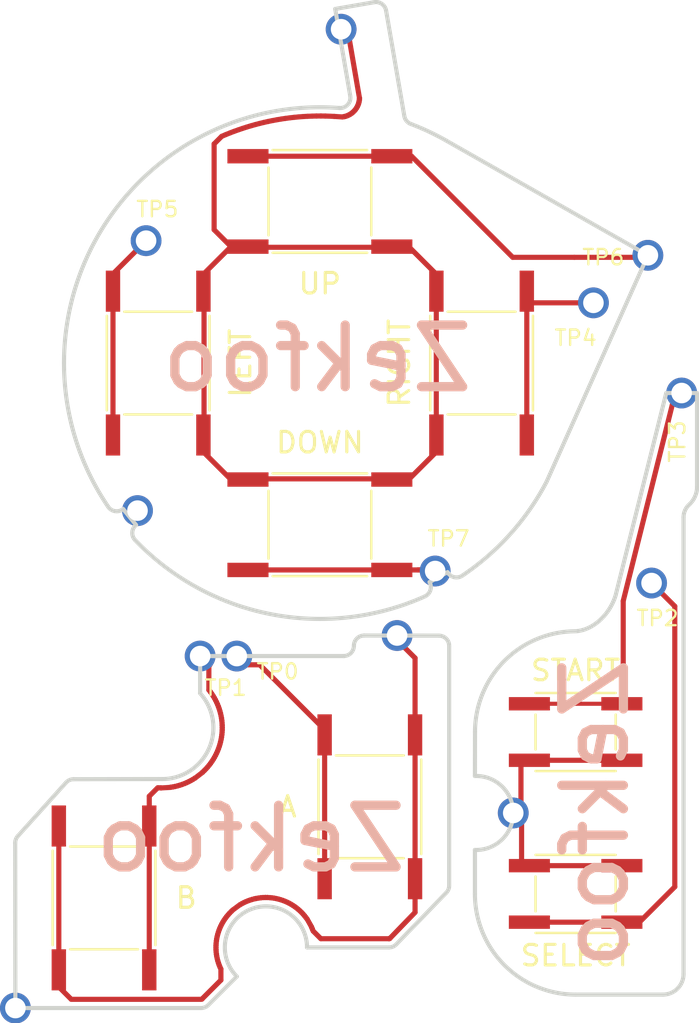
<source format=kicad_pcb>
(kicad_pcb (version 20171130) (host pcbnew "(5.1.10)-1")

  (general
    (thickness 1.6)
    (drawings 114)
    (tracks 388)
    (zones 0)
    (modules 21)
    (nets 12)
  )

  (page User 150.012 150.012)
  (title_block
    (title "tactileAGB Flex Breakout Boards")
    (date 2021-06-21)
    (rev 1.0)
    (company Zekfoo)
  )

  (layers
    (0 F.Cu signal)
    (31 B.Cu signal)
    (32 B.Adhes user)
    (33 F.Adhes user)
    (34 B.Paste user)
    (35 F.Paste user)
    (36 B.SilkS user)
    (37 F.SilkS user)
    (38 B.Mask user)
    (39 F.Mask user)
    (40 Dwgs.User user hide)
    (41 Cmts.User user)
    (42 Eco1.User user)
    (43 Eco2.User user)
    (44 Edge.Cuts user)
    (45 Margin user)
    (46 B.CrtYd user)
    (47 F.CrtYd user)
    (48 B.Fab user)
    (49 F.Fab user hide)
  )

  (setup
    (last_trace_width 0.25)
    (user_trace_width 0.2)
    (trace_clearance 0.2)
    (zone_clearance 0.508)
    (zone_45_only no)
    (trace_min 0.2)
    (via_size 0.8)
    (via_drill 0.4)
    (via_min_size 0.4)
    (via_min_drill 0.3)
    (uvia_size 0.3)
    (uvia_drill 0.1)
    (uvias_allowed no)
    (uvia_min_size 0.2)
    (uvia_min_drill 0.1)
    (edge_width 0.05)
    (segment_width 0.2)
    (pcb_text_width 0.3)
    (pcb_text_size 1.5 1.5)
    (mod_edge_width 0.12)
    (mod_text_size 1 1)
    (mod_text_width 0.15)
    (pad_size 1.524 1.524)
    (pad_drill 0.762)
    (pad_to_mask_clearance 0)
    (aux_axis_origin 0 0)
    (visible_elements 7FFFFFFF)
    (pcbplotparams
      (layerselection 0x010fc_ffffffff)
      (usegerberextensions true)
      (usegerberattributes true)
      (usegerberadvancedattributes true)
      (creategerberjobfile true)
      (excludeedgelayer true)
      (linewidth 0.100000)
      (plotframeref false)
      (viasonmask false)
      (mode 1)
      (useauxorigin false)
      (hpglpennumber 1)
      (hpglpenspeed 20)
      (hpglpendiameter 15.000000)
      (psnegative false)
      (psa4output false)
      (plotreference true)
      (plotvalue true)
      (plotinvisibletext false)
      (padsonsilk false)
      (subtractmaskfromsilk false)
      (outputformat 1)
      (mirror false)
      (drillshape 0)
      (scaleselection 1)
      (outputdirectory "Gerbers/"))
  )

  (net 0 "")
  (net 1 GND3)
  (net 2 "Net-(A1-Pad1)")
  (net 3 "Net-(B1-Pad1)")
  (net 4 GND1)
  (net 5 "Net-(DOWN1-Pad1)")
  (net 6 "Net-(LEFT1-Pad1)")
  (net 7 "Net-(RIGHT1-Pad1)")
  (net 8 GND2)
  (net 9 "Net-(SELECT1-Pad1)")
  (net 10 "Net-(START1-Pad1)")
  (net 11 "Net-(TP6-Pad1)")

  (net_class Default "This is the default net class."
    (clearance 0.2)
    (trace_width 0.25)
    (via_dia 0.8)
    (via_drill 0.4)
    (uvia_dia 0.3)
    (uvia_drill 0.1)
    (add_net GND1)
    (add_net GND2)
    (add_net GND3)
    (add_net "Net-(A1-Pad1)")
    (add_net "Net-(B1-Pad1)")
    (add_net "Net-(DOWN1-Pad1)")
    (add_net "Net-(LEFT1-Pad1)")
    (add_net "Net-(RIGHT1-Pad1)")
    (add_net "Net-(SELECT1-Pad1)")
    (add_net "Net-(START1-Pad1)")
    (add_net "Net-(TP6-Pad1)")
  )

  (module "AGBTactile:PTS526 Sx08 SMTR2 LFS" (layer F.Cu) (tedit 60D026FE) (tstamp 60D082D3)
    (at 75.277498 77.80019 270)
    (path /60D04211)
    (fp_text reference A (at 0 4 180) (layer F.SilkS)
      (effects (font (size 1 1) (thickness 0.15)))
    )
    (fp_text value "PTS526 SM08 SMTR2 LFS" (at 0.05 -8.4 90) (layer F.Fab)
      (effects (font (size 1 1) (thickness 0.15)))
    )
    (fp_line (start -2.5 -1.65) (end -2.5 1.65) (layer F.SilkS) (width 0.12))
    (fp_line (start -2.3 2.5) (end 2.3 2.5) (layer F.SilkS) (width 0.12))
    (fp_line (start 2.5 1.65) (end 2.5 -1.65) (layer F.SilkS) (width 0.12))
    (fp_line (start 2.3 -2.5) (end -2.3 -2.5) (layer F.SilkS) (width 0.12))
    (pad 4 smd rect (at -3.5 -2.2 270) (size 2 0.7) (layers F.Cu F.Paste F.Mask)
      (net 1 GND3))
    (pad 3 smd rect (at 3.5 -2.2 270) (size 2 0.7) (layers F.Cu F.Paste F.Mask)
      (net 1 GND3))
    (pad 2 smd rect (at 3.5 2.2 270) (size 2 0.7) (layers F.Cu F.Paste F.Mask)
      (net 2 "Net-(A1-Pad1)"))
    (pad 1 smd rect (at -3.5 2.2 270) (size 2 0.7) (layers F.Cu F.Paste F.Mask)
      (net 2 "Net-(A1-Pad1)"))
  )

  (module "AGBTactile:PTS526 Sx08 SMTR2 LFS" (layer F.Cu) (tedit 60D026FE) (tstamp 60D08CF6)
    (at 62.344207 82.235038 90)
    (path /60D03BE8)
    (fp_text reference B (at 0 4 180) (layer F.SilkS)
      (effects (font (size 1 1) (thickness 0.15)))
    )
    (fp_text value "PTS526 SM08 SMTR2 LFS" (at 0.05 -8.4 90) (layer F.Fab)
      (effects (font (size 1 1) (thickness 0.15)))
    )
    (fp_line (start -2.5 -1.65) (end -2.5 1.65) (layer F.SilkS) (width 0.12))
    (fp_line (start -2.3 2.5) (end 2.3 2.5) (layer F.SilkS) (width 0.12))
    (fp_line (start 2.5 1.65) (end 2.5 -1.65) (layer F.SilkS) (width 0.12))
    (fp_line (start 2.3 -2.5) (end -2.3 -2.5) (layer F.SilkS) (width 0.12))
    (pad 4 smd rect (at -3.5 -2.2 90) (size 2 0.7) (layers F.Cu F.Paste F.Mask)
      (net 1 GND3))
    (pad 3 smd rect (at 3.5 -2.2 90) (size 2 0.7) (layers F.Cu F.Paste F.Mask)
      (net 1 GND3))
    (pad 2 smd rect (at 3.5 2.2 90) (size 2 0.7) (layers F.Cu F.Paste F.Mask)
      (net 3 "Net-(B1-Pad1)"))
    (pad 1 smd rect (at -3.5 2.2 90) (size 2 0.7) (layers F.Cu F.Paste F.Mask)
      (net 3 "Net-(B1-Pad1)"))
  )

  (module "AGBTactile:PTS526 Sx08 SMTR2 LFS" (layer F.Cu) (tedit 60D026FE) (tstamp 60D0C351)
    (at 72.847007 64.073175)
    (path /60D02DB4)
    (fp_text reference DOWN (at 0 -4) (layer F.SilkS)
      (effects (font (size 1 1) (thickness 0.15)))
    )
    (fp_text value "PTS526 SM08 SMTR2 LFS" (at 0.05 -8.4) (layer F.Fab)
      (effects (font (size 1 1) (thickness 0.15)))
    )
    (fp_line (start -2.5 -1.65) (end -2.5 1.65) (layer F.SilkS) (width 0.12))
    (fp_line (start -2.3 2.5) (end 2.3 2.5) (layer F.SilkS) (width 0.12))
    (fp_line (start 2.5 1.65) (end 2.5 -1.65) (layer F.SilkS) (width 0.12))
    (fp_line (start 2.3 -2.5) (end -2.3 -2.5) (layer F.SilkS) (width 0.12))
    (pad 4 smd rect (at -3.5 -2.2) (size 2 0.7) (layers F.Cu F.Paste F.Mask)
      (net 4 GND1))
    (pad 3 smd rect (at 3.5 -2.2) (size 2 0.7) (layers F.Cu F.Paste F.Mask)
      (net 4 GND1))
    (pad 2 smd rect (at 3.5 2.2) (size 2 0.7) (layers F.Cu F.Paste F.Mask)
      (net 5 "Net-(DOWN1-Pad1)"))
    (pad 1 smd rect (at -3.5 2.2) (size 2 0.7) (layers F.Cu F.Paste F.Mask)
      (net 5 "Net-(DOWN1-Pad1)"))
  )

  (module AGBTactile:Hole-1.5mm (layer F.Cu) (tedit 60D0286D) (tstamp 60D082F0)
    (at 58.032052 87.594477)
    (path /60D26B9E)
    (fp_text reference FR2 (at 0.557948 2.575523) (layer F.SilkS) hide
      (effects (font (size 1 1) (thickness 0.15)))
    )
    (fp_text value TestPoint (at 0 1.85) (layer F.Fab)
      (effects (font (size 1 1) (thickness 0.15)))
    )
    (pad 1 thru_hole circle (at 0 0) (size 1.5 1.5) (drill 1) (layers *.Cu *.Mask))
  )

  (module AGBTactile:Hole-1.5mm (layer F.Cu) (tedit 60D0286D) (tstamp 60D082F5)
    (at 82.254388 78.100566)
    (path /60D249DE)
    (fp_text reference GND2PAD1 (at 0 -1.8) (layer F.SilkS) hide
      (effects (font (size 1 1) (thickness 0.15)))
    )
    (fp_text value TestPoint (at 0 1.85) (layer F.Fab)
      (effects (font (size 1 1) (thickness 0.15)))
    )
    (pad 1 thru_hole circle (at 0 0) (size 1.5 1.5) (drill 1) (layers *.Cu *.Mask)
      (net 8 GND2))
  )

  (module AGBTactile:Hole-1.5mm (layer F.Cu) (tedit 60D0286D) (tstamp 60D08357)
    (at 76.602647 69.464217)
    (path /60D27298)
    (fp_text reference GND3PAD1 (at 0 -1.8) (layer F.SilkS) hide
      (effects (font (size 1 1) (thickness 0.15)))
    )
    (fp_text value TestPoint (at 0 1.85) (layer F.Fab)
      (effects (font (size 1 1) (thickness 0.15)))
    )
    (pad 1 thru_hole circle (at 0 0) (size 1.5 1.5) (drill 1) (layers *.Cu *.Mask)
      (net 1 GND3))
  )

  (module AGBTactile:Hole-1.5mm (layer F.Cu) (tedit 60D0287A) (tstamp 60D0C2C0)
    (at 73.880003 39.957789)
    (path /60D06189)
    (fp_text reference L-SHIELDING1 (at 0 -1.8) (layer F.SilkS) hide
      (effects (font (size 1 1) (thickness 0.15)))
    )
    (fp_text value TestPoint (at 0 1.85) (layer F.Fab)
      (effects (font (size 1 1) (thickness 0.15)))
    )
    (pad 1 thru_hole circle (at 0 0) (size 1.5 1.5) (drill 1) (layers *.Cu *.Mask)
      (net 4 GND1))
  )

  (module "AGBTactile:PTS526 Sx08 SMTR2 LFS" (layer F.Cu) (tedit 60D026FE) (tstamp 60D0C330)
    (at 64.979507 56.205675 270)
    (path /60D03167)
    (fp_text reference LEFT (at 0 -4 270) (layer F.SilkS)
      (effects (font (size 1 1) (thickness 0.15)))
    )
    (fp_text value "PTS526 SM08 SMTR2 LFS" (at 0.05 -8.4 90) (layer F.Fab)
      (effects (font (size 1 1) (thickness 0.15)))
    )
    (fp_line (start -2.5 -1.65) (end -2.5 1.65) (layer F.SilkS) (width 0.12))
    (fp_line (start -2.3 2.5) (end 2.3 2.5) (layer F.SilkS) (width 0.12))
    (fp_line (start 2.5 1.65) (end 2.5 -1.65) (layer F.SilkS) (width 0.12))
    (fp_line (start 2.3 -2.5) (end -2.3 -2.5) (layer F.SilkS) (width 0.12))
    (pad 4 smd rect (at -3.5 -2.2 270) (size 2 0.7) (layers F.Cu F.Paste F.Mask)
      (net 4 GND1))
    (pad 3 smd rect (at 3.5 -2.2 270) (size 2 0.7) (layers F.Cu F.Paste F.Mask)
      (net 4 GND1))
    (pad 2 smd rect (at 3.5 2.2 270) (size 2 0.7) (layers F.Cu F.Paste F.Mask)
      (net 6 "Net-(LEFT1-Pad1)"))
    (pad 1 smd rect (at -3.5 2.2 270) (size 2 0.7) (layers F.Cu F.Paste F.Mask)
      (net 6 "Net-(LEFT1-Pad1)"))
  )

  (module "AGBTactile:PTS526 Sx08 SMTR2 LFS" (layer F.Cu) (tedit 60D026FE) (tstamp 60D0C372)
    (at 80.714507 56.205675 90)
    (path /60D035F1)
    (fp_text reference RIGHT (at 0 -4 90) (layer F.SilkS)
      (effects (font (size 1 1) (thickness 0.15)))
    )
    (fp_text value "PTS526 SM08 SMTR2 LFS" (at 0.05 -8.4 90) (layer F.Fab)
      (effects (font (size 1 1) (thickness 0.15)))
    )
    (fp_line (start -2.5 -1.65) (end -2.5 1.65) (layer F.SilkS) (width 0.12))
    (fp_line (start -2.3 2.5) (end 2.3 2.5) (layer F.SilkS) (width 0.12))
    (fp_line (start 2.5 1.65) (end 2.5 -1.65) (layer F.SilkS) (width 0.12))
    (fp_line (start 2.3 -2.5) (end -2.3 -2.5) (layer F.SilkS) (width 0.12))
    (pad 4 smd rect (at -3.5 -2.2 90) (size 2 0.7) (layers F.Cu F.Paste F.Mask)
      (net 4 GND1))
    (pad 3 smd rect (at 3.5 -2.2 90) (size 2 0.7) (layers F.Cu F.Paste F.Mask)
      (net 4 GND1))
    (pad 2 smd rect (at 3.5 2.2 90) (size 2 0.7) (layers F.Cu F.Paste F.Mask)
      (net 7 "Net-(RIGHT1-Pad1)"))
    (pad 1 smd rect (at -3.5 2.2 90) (size 2 0.7) (layers F.Cu F.Paste F.Mask)
      (net 7 "Net-(RIGHT1-Pad1)"))
  )

  (module AGBTactile:SOG-15xANT (layer F.Cu) (tedit 60D0242F) (tstamp 60D0831E)
    (at 85.29 82.04)
    (path /60D045FB)
    (fp_text reference SELECT (at 0 3) (layer F.SilkS)
      (effects (font (size 1 1) (thickness 0.15)))
    )
    (fp_text value SOG-152ANT (at 0 -8) (layer F.Fab)
      (effects (font (size 1 1) (thickness 0.15)))
    )
    (fp_line (start -1.95 -1.9) (end 1.95 -1.9) (layer F.SilkS) (width 0.12))
    (fp_line (start 1.95 -0.85) (end 1.95 0.85) (layer F.SilkS) (width 0.12))
    (fp_line (start 1.95 1.9) (end -1.95 1.9) (layer F.SilkS) (width 0.12))
    (fp_line (start -1.95 -0.85) (end -1.95 0.85) (layer F.SilkS) (width 0.12))
    (pad 4 smd rect (at -2.25 -1.375) (size 2 0.65) (layers F.Cu F.Paste F.Mask)
      (net 8 GND2))
    (pad 3 smd rect (at 2.25 -1.375) (size 2 0.65) (layers F.Cu F.Paste F.Mask)
      (net 8 GND2))
    (pad 2 smd rect (at 2.25 1.375) (size 2 0.65) (layers F.Cu F.Paste F.Mask)
      (net 9 "Net-(SELECT1-Pad1)"))
    (pad 1 smd rect (at -2.25 1.375) (size 2 0.65) (layers F.Cu F.Paste F.Mask)
      (net 9 "Net-(SELECT1-Pad1)"))
  )

  (module AGBTactile:SOG-15xANT (layer F.Cu) (tedit 60D0242F) (tstamp 60D0832A)
    (at 85.29 74.161132 180)
    (path /60D04AB7)
    (fp_text reference START (at 0 3) (layer F.SilkS)
      (effects (font (size 1 1) (thickness 0.15)))
    )
    (fp_text value SOG-152ANT (at 0 -8) (layer F.Fab)
      (effects (font (size 1 1) (thickness 0.15)))
    )
    (fp_line (start -1.95 -1.9) (end 1.95 -1.9) (layer F.SilkS) (width 0.12))
    (fp_line (start 1.95 -0.85) (end 1.95 0.85) (layer F.SilkS) (width 0.12))
    (fp_line (start 1.95 1.9) (end -1.95 1.9) (layer F.SilkS) (width 0.12))
    (fp_line (start -1.95 -0.85) (end -1.95 0.85) (layer F.SilkS) (width 0.12))
    (pad 4 smd rect (at -2.25 -1.375 180) (size 2 0.65) (layers F.Cu F.Paste F.Mask)
      (net 8 GND2))
    (pad 3 smd rect (at 2.25 -1.375 180) (size 2 0.65) (layers F.Cu F.Paste F.Mask)
      (net 8 GND2))
    (pad 2 smd rect (at 2.25 1.375 180) (size 2 0.65) (layers F.Cu F.Paste F.Mask)
      (net 10 "Net-(START1-Pad1)"))
    (pad 1 smd rect (at -2.25 1.375 180) (size 2 0.65) (layers F.Cu F.Paste F.Mask)
      (net 10 "Net-(START1-Pad1)"))
  )

  (module AGBTactile:Hole-1.5mm (layer F.Cu) (tedit 60D0286D) (tstamp 60D0832F)
    (at 68.803912 70.464217)
    (path /60D268AF)
    (fp_text reference TP0 (at 1.986088 0.755783) (layer F.SilkS)
      (effects (font (size 0.75 0.75) (thickness 0.1125)))
    )
    (fp_text value TestPoint (at 0 1.85) (layer F.Fab)
      (effects (font (size 1 1) (thickness 0.15)))
    )
    (pad 1 thru_hole circle (at 0 0) (size 1.5 1.5) (drill 1) (layers *.Cu *.Mask)
      (net 2 "Net-(A1-Pad1)"))
  )

  (module AGBTactile:Hole-1.5mm (layer F.Cu) (tedit 60D0286D) (tstamp 60D090B7)
    (at 67.019896 70.464217)
    (path /60D26536)
    (fp_text reference TP1 (at 1.240104 1.545783) (layer F.SilkS)
      (effects (font (size 0.75 0.75) (thickness 0.1125)))
    )
    (fp_text value TestPoint (at 0 1.85) (layer F.Fab)
      (effects (font (size 1 1) (thickness 0.15)))
    )
    (pad 1 thru_hole circle (at 0 0) (size 1.5 1.5) (drill 1) (layers *.Cu *.Mask)
      (net 3 "Net-(B1-Pad1)"))
  )

  (module AGBTactile:Hole-1.5mm (layer F.Cu) (tedit 60D0286D) (tstamp 60D08339)
    (at 88.985136 66.910672)
    (path /60D1AA5E)
    (fp_text reference TP2 (at 0.294864 1.709328) (layer F.SilkS)
      (effects (font (size 0.75 0.75) (thickness 0.1125)))
    )
    (fp_text value TestPoint (at 0 1.85) (layer F.Fab)
      (effects (font (size 1 1) (thickness 0.15)))
    )
    (pad 1 thru_hole circle (at 0 0) (size 1.5 1.5) (drill 1) (layers *.Cu *.Mask)
      (net 9 "Net-(SELECT1-Pad1)"))
  )

  (module AGBTactile:Hole-1.5mm (layer F.Cu) (tedit 60D0286D) (tstamp 60D0833E)
    (at 90.448171 57.662748)
    (path /60D1A70C)
    (fp_text reference TP3 (at -0.208171 2.357252 90) (layer F.SilkS)
      (effects (font (size 0.75 0.75) (thickness 0.1125)))
    )
    (fp_text value TestPoint (at 0 1.85) (layer F.Fab)
      (effects (font (size 1 1) (thickness 0.15)))
    )
    (pad 1 thru_hole circle (at 0 0) (size 1.5 1.5) (drill 1) (layers *.Cu *.Mask)
      (net 10 "Net-(START1-Pad1)"))
  )

  (module AGBTactile:Hole-1.5mm (layer F.Cu) (tedit 60D0286D) (tstamp 60D0C2E4)
    (at 86.156117 53.273742)
    (path /60D09A6B)
    (fp_text reference TP4 (at -0.866117 1.706258) (layer F.SilkS)
      (effects (font (size 0.75 0.75) (thickness 0.1125)))
    )
    (fp_text value TestPoint (at 0 1.85) (layer F.Fab)
      (effects (font (size 1 1) (thickness 0.15)))
    )
    (pad 1 thru_hole circle (at 0 0) (size 1.5 1.5) (drill 1) (layers *.Cu *.Mask)
      (net 7 "Net-(RIGHT1-Pad1)"))
  )

  (module AGBTactile:Hole-1.5mm (layer F.Cu) (tedit 60D0286D) (tstamp 60D0C2D8)
    (at 64.390003 50.247789)
    (path /60D06B8F)
    (fp_text reference TP5 (at 0.549997 -1.527789) (layer F.SilkS)
      (effects (font (size 0.75 0.75) (thickness 0.1125)))
    )
    (fp_text value TestPoint (at 0 1.85) (layer F.Fab)
      (effects (font (size 1 1) (thickness 0.15)))
    )
    (pad 1 thru_hole circle (at 0 0) (size 1.5 1.5) (drill 1) (layers *.Cu *.Mask)
      (net 6 "Net-(LEFT1-Pad1)"))
  )

  (module AGBTactile:Hole-1.5mm (layer F.Cu) (tedit 60D0286D) (tstamp 60D0C2F0)
    (at 88.805618 50.959479)
    (path /60D05FB5)
    (fp_text reference TP6 (at -2.165618 0.100521) (layer F.SilkS)
      (effects (font (size 0.75 0.75) (thickness 0.1125)))
    )
    (fp_text value TestPoint (at 0 1.85) (layer F.Fab)
      (effects (font (size 1 1) (thickness 0.15)))
    )
    (pad 1 thru_hole circle (at 0 0) (size 1.5 1.5) (drill 1) (layers *.Cu *.Mask)
      (net 11 "Net-(TP6-Pad1)"))
  )

  (module AGBTactile:Hole-1.5mm (layer F.Cu) (tedit 60D0286D) (tstamp 60D0C2CC)
    (at 78.455694 66.325349)
    (path /60D09D80)
    (fp_text reference TP7 (at 0.654306 -1.575349) (layer F.SilkS)
      (effects (font (size 0.75 0.75) (thickness 0.1125)))
    )
    (fp_text value TestPoint (at 0 1.85) (layer F.Fab)
      (effects (font (size 1 1) (thickness 0.15)))
    )
    (pad 1 thru_hole circle (at 0 0) (size 1.5 1.5) (drill 1) (layers *.Cu *.Mask)
      (net 5 "Net-(DOWN1-Pad1)"))
  )

  (module "AGBTactile:PTS526 Sx08 SMTR2 LFS" (layer F.Cu) (tedit 60D026FE) (tstamp 60D0C30F)
    (at 72.847007 48.338175 180)
    (path /60D026EA)
    (fp_text reference UP (at 0 -4) (layer F.SilkS)
      (effects (font (size 1 1) (thickness 0.15)))
    )
    (fp_text value "PTS526 SM08 SMTR2 LFS" (at 0.05 -8.4) (layer F.Fab)
      (effects (font (size 1 1) (thickness 0.15)))
    )
    (fp_line (start -2.5 -1.65) (end -2.5 1.65) (layer F.SilkS) (width 0.12))
    (fp_line (start -2.3 2.5) (end 2.3 2.5) (layer F.SilkS) (width 0.12))
    (fp_line (start 2.5 1.65) (end 2.5 -1.65) (layer F.SilkS) (width 0.12))
    (fp_line (start 2.3 -2.5) (end -2.3 -2.5) (layer F.SilkS) (width 0.12))
    (pad 4 smd rect (at -3.5 -2.2 180) (size 2 0.7) (layers F.Cu F.Paste F.Mask)
      (net 4 GND1))
    (pad 3 smd rect (at 3.5 -2.2 180) (size 2 0.7) (layers F.Cu F.Paste F.Mask)
      (net 4 GND1))
    (pad 2 smd rect (at 3.5 2.2 180) (size 2 0.7) (layers F.Cu F.Paste F.Mask)
      (net 11 "Net-(TP6-Pad1)"))
    (pad 1 smd rect (at -3.5 2.2 180) (size 2 0.7) (layers F.Cu F.Paste F.Mask)
      (net 11 "Net-(TP6-Pad1)"))
  )

  (module AGBTactile:Hole-1.5mm (layer F.Cu) (tedit 60D0286D) (tstamp 60D0C2FC)
    (at 63.972506 63.385768)
    (path /60D0A2DB)
    (fp_text reference VDD15 (at -4.122506 1.344232) (layer F.SilkS) hide
      (effects (font (size 1 1) (thickness 0.15)))
    )
    (fp_text value TestPoint (at 0 1.85) (layer F.Fab)
      (effects (font (size 1 1) (thickness 0.15)))
    )
    (pad 1 thru_hole circle (at 0 0) (size 1.5 1.5) (drill 1) (layers *.Cu *.Mask))
  )

  (gr_arc (start 85.294468 74.157962) (end 85.294468 69.257962) (angle -90) (layer Edge.Cuts) (width 0.2))
  (gr_line (start 86.820716 68.330717) (end 86.888263 68.235168) (layer Edge.Cuts) (width 0.2))
  (gr_line (start 86.749137 68.423393) (end 86.820716 68.330717) (layer Edge.Cuts) (width 0.2))
  (gr_line (start 86.673675 68.512887) (end 86.749137 68.423393) (layer Edge.Cuts) (width 0.2))
  (gr_line (start 86.594484 68.598887) (end 86.673675 68.512887) (layer Edge.Cuts) (width 0.2))
  (gr_line (start 86.511714 68.681085) (end 86.594484 68.598887) (layer Edge.Cuts) (width 0.2))
  (gr_line (start 86.425518 68.75917) (end 86.511714 68.681085) (layer Edge.Cuts) (width 0.2))
  (gr_line (start 86.336045 68.832831) (end 86.425518 68.75917) (layer Edge.Cuts) (width 0.2))
  (gr_line (start 86.243448 68.90176) (end 86.336045 68.832831) (layer Edge.Cuts) (width 0.2))
  (gr_line (start 86.147878 68.965645) (end 86.243448 68.90176) (layer Edge.Cuts) (width 0.2))
  (gr_line (start 85.948425 69.077045) (end 86.049486 69.024177) (layer Edge.Cuts) (width 0.2))
  (gr_line (start 86.049486 69.024177) (end 86.147878 68.965645) (layer Edge.Cuts) (width 0.2))
  (gr_line (start 85.738898 69.164552) (end 85.844845 69.123941) (layer Edge.Cuts) (width 0.2))
  (gr_line (start 85.630736 69.19857) (end 85.738898 69.164552) (layer Edge.Cuts) (width 0.2))
  (gr_line (start 85.408369 69.245585) (end 85.520509 69.225685) (layer Edge.Cuts) (width 0.2))
  (gr_line (start 85.294468 69.257962) (end 85.408369 69.245585) (layer Edge.Cuts) (width 0.2))
  (gr_line (start 85.520509 69.225685) (end 85.630736 69.19857) (layer Edge.Cuts) (width 0.2))
  (gr_line (start 85.844845 69.123941) (end 85.948425 69.077045) (layer Edge.Cuts) (width 0.2))
  (gr_line (start 86.888263 68.235168) (end 86.951625 68.137056) (layer Edge.Cuts) (width 0.2))
  (gr_line (start 87.010651 68.036691) (end 87.06519 67.934385) (layer Edge.Cuts) (width 0.2))
  (gr_line (start 87.06519 67.934385) (end 87.115091 67.830445) (layer Edge.Cuts) (width 0.2))
  (gr_line (start 87.200369 67.618909) (end 87.235445 67.511933) (layer Edge.Cuts) (width 0.2))
  (gr_line (start 86.951625 68.137056) (end 87.010651 68.036691) (layer Edge.Cuts) (width 0.2))
  (gr_line (start 87.115091 67.830445) (end 87.160201 67.725183) (layer Edge.Cuts) (width 0.2))
  (gr_line (start 87.160201 67.725183) (end 87.200369 67.618909) (layer Edge.Cuts) (width 0.2))
  (gr_line (start 87.235445 67.511933) (end 89.698171 57.662748) (layer Edge.Cuts) (width 0.2))
  (gr_line (start 80.39 76.301718) (end 80.394468 74.157962) (layer Edge.Cuts) (width 0.2))
  (gr_text Zekfoo (at 72.72 55.99) (layer B.SilkS) (tstamp 60D0936D)
    (effects (font (size 3 3) (thickness 0.45)) (justify mirror))
  )
  (gr_text Zekfoo (at 86.25 78.11 90) (layer B.SilkS) (tstamp 60D0936D)
    (effects (font (size 3 3) (thickness 0.45)) (justify mirror))
  )
  (gr_text Zekfoo (at 69.48 79.36) (layer B.SilkS)
    (effects (font (size 3 3) (thickness 0.45)) (justify mirror))
  )
  (gr_arc (start 76.207285 84.151092) (end 76.207285 84.645309) (angle -46) (layer Edge.Cuts) (width 0.2))
  (gr_arc (start 58.522156 79.558814) (end 58.150584 79.224248) (angle -42) (layer Edge.Cuts) (width 0.2))
  (gr_arc (start 78.637602 81.632448) (end 78.997408 81.979636) (angle -43.9775148) (layer Edge.Cuts) (width 0.2))
  (gr_arc (start 60.864113 76.957807) (end 60.864113 76.457807) (angle -48) (layer Edge.Cuts) (width 0.2))
  (gr_arc (start 78.637602 69.97) (end 79.137602 69.97) (angle -90) (layer Edge.Cuts) (width 0.2))
  (gr_line (start 79.137602 69.97) (end 79.137602 81.632448) (layer Edge.Cuts) (width 0.2))
  (gr_line (start 60.864113 76.457807) (end 65.16777 76.45) (layer Edge.Cuts) (width 0.2))
  (gr_line (start 76.207285 84.645309) (end 72.221046 84.645309) (layer Edge.Cuts) (width 0.2))
  (gr_line (start 78.997408 81.979636) (end 76.562795 84.494404) (layer Edge.Cuts) (width 0.2))
  (gr_line (start 58.03 87.594477) (end 58.022156 79.558814) (layer Edge.Cuts) (width 0.2))
  (gr_line (start 58.150584 79.224248) (end 60.492541 76.623241) (layer Edge.Cuts) (width 0.2))
  (gr_circle (center 94.290003 82.377789) (end 94.790003 82.377789) (layer Dwgs.User) (width 0.2) (tstamp 60D08BC8))
  (gr_circle (center 94.290003 82.377789) (end 95.040003 82.377789) (layer Dwgs.User) (width 0.2) (tstamp 60D08BC7))
  (gr_line (start 78.182495 66.863858) (end 79.057142 66.379098) (layer Edge.Cuts) (width 0.2) (tstamp 60D0C455))
  (gr_line (start 63.274576 63.307286) (end 63.903562 64.084704) (layer Edge.Cuts) (width 0.2) (tstamp 60D0C452))
  (gr_circle (center 74.312052 132.454477) (end 75.062052 132.454477) (layer Dwgs.User) (width 0.2))
  (gr_circle (center 74.312052 132.454477) (end 74.812052 132.454477) (layer Dwgs.User) (width 0.2))
  (gr_arc (start 70.221046 84.645309) (end 72.221046 84.645309) (angle -225) (layer Edge.Cuts) (width 0.2))
  (gr_arc (start 65.16777 73.952024) (end 65.16777 76.45) (angle -132.1961069) (layer Edge.Cuts) (width 0.2))
  (gr_arc (start 80.454388 78.100566) (end 80.39 79.899414) (angle -184.099955) (layer Edge.Cuts) (width 0.2))
  (gr_arc (start 109.215618 93.379479) (end 108.781009 93.132265) (angle -95.7) (layer Dwgs.User) (width 0.2) (tstamp 60D017E7))
  (gr_arc (start 99.864388 122.220566) (end 99.794944 122.71572) (angle -196) (layer Dwgs.User) (width 0.2))
  (gr_arc (start 77.745172 67.106239) (end 77.950108 67.56231) (angle -94.80004063) (layer Edge.Cuts) (width 0.2) (tstamp 60D0C458))
  (gr_circle (center 84.800003 92.667789) (end 85.300003 92.667789) (layer Dwgs.User) (width 0.2))
  (gr_arc (start 73.831287 43.29264) (end 73.793286 43.791194) (angle -104.16302) (layer Edge.Cuts) (width 0.2) (tstamp 60D0C45B))
  (gr_circle (center 106.566117 95.693742) (end 107.066117 95.693742) (layer Dwgs.User) (width 0.2))
  (gr_arc (start 108.058171 101.782748) (end 107.558171 101.782748) (angle -180) (layer Dwgs.User) (width 0.2))
  (gr_circle (center 98.865694 108.745349) (end 99.365694 108.745349) (layer Dwgs.User) (width 0.2) (tstamp 60D015A1))
  (gr_arc (start 72.847007 56.205675) (end 63.857025 64.819329) (angle -70.42143048) (layer Edge.Cuts) (width 0.2) (tstamp 60D0C45E))
  (gr_circle (center 84.382506 105.805768) (end 84.882506 105.805768) (layer Dwgs.User) (width 0.2))
  (gr_circle (center 106.595136 111.030672) (end 107.095136 111.030672) (layer Dwgs.User) (width 0.2))
  (gr_arc (start 75.574976 39.135196) (end 76.067674 39.050055) (angle -90) (layer Edge.Cuts) (width 0.2) (tstamp 60D0C19A))
  (gr_circle (center 84.800003 92.667789) (end 85.550003 92.667789) (layer Dwgs.User) (width 0.2))
  (gr_arc (start 79.494466 66.136717) (end 79.057142 66.379098) (angle -94.80004063) (layer Edge.Cuts) (width 0.2) (tstamp 60D0C461))
  (gr_arc (start 64.218054 64.473412) (end 63.903562 64.084704) (angle -94.80004063) (layer Edge.Cuts) (width 0.2) (tstamp 60D0C464))
  (gr_arc (start 77.447728 44.099947) (end 76.955031 44.185088) (angle -59.38680819) (layer Edge.Cuts) (width 0.2) (tstamp 60D0C467))
  (gr_arc (start 72.847007 56.205675) (end 79.772591 66.552225) (angle -28.54827558) (layer Edge.Cuts) (width 0.2) (tstamp 60D0C46A))
  (gr_line (start 73.59181 38.970485) (end 74.323985 43.207499) (layer Edge.Cuts) (width 0.2) (tstamp 60D0C46D))
  (gr_line (start 76.067674 39.050055) (end 76.955031 44.185088) (layer Edge.Cuts) (width 0.2) (tstamp 60D0C470))
  (gr_line (start 73.59181 38.970485) (end 75.489836 38.642498) (layer Edge.Cuts) (width 0.2) (tstamp 60D0C1AC))
  (gr_line (start 90.78465 63.123379) (end 90.856742 63.051287) (layer Edge.Cuts) (width 0.2))
  (gr_line (start 91.198171 57.662748) (end 89.698171 57.662748) (layer Edge.Cuts) (width 0.2))
  (gr_line (start 88.805618 50.959479) (end 79.002898 45.383485) (layer Edge.Cuts) (width 0.2) (tstamp 60D0C473))
  (gr_line (start 67.019896 70.464217) (end 74.000796 70.464217) (layer Edge.Cuts) (width 0.2))
  (gr_line (start 67.019896 70.464217) (end 67.019896 72.272848) (layer Edge.Cuts) (width 0.2))
  (gr_line (start 88.805618 50.959479) (end 83.875149 61.984507) (layer Edge.Cuts) (width 0.2) (tstamp 60D0C476))
  (gr_circle (center 84.382506 105.805768) (end 85.132506 105.805768) (layer Dwgs.User) (width 0.2))
  (gr_arc (start 89.540293 85.94) (end 89.540293 86.94) (angle -90) (layer Edge.Cuts) (width 0.2))
  (gr_arc (start 91.37458 63.713309) (end 90.78465 63.123379) (angle -45) (layer Edge.Cuts) (width 0.2))
  (gr_arc (start 85.29 82.04) (end 80.39 82.04) (angle -90) (layer Edge.Cuts) (width 0.2))
  (gr_circle (center 106.595136 111.030672) (end 107.345136 111.030672) (layer Dwgs.User) (width 0.2))
  (gr_arc (start 99.864388 122.220566) (end 99.708138 122.95411) (angle -204) (layer Dwgs.User) (width 0.2))
  (gr_circle (center 102.9 126.16) (end 104.9 126.16) (layer Dwgs.User) (width 0.2))
  (gr_circle (center 102.9 118.281132) (end 104.9 118.281132) (layer Dwgs.User) (width 0.2))
  (gr_arc (start 90.032459 62.227004) (end 90.856742 63.051287) (angle -45) (layer Edge.Cuts) (width 0.2))
  (gr_arc (start 72.847007 56.205675) (end 79.002898 45.383485) (angle -8.823090535) (layer Edge.Cuts) (width 0.2) (tstamp 60D0C479))
  (gr_arc (start 108.058171 101.782748) (end 107.308171 101.782748) (angle -180) (layer Dwgs.User) (width 0.2))
  (gr_arc (start 67.064771 87.094477) (end 67.064771 87.594477) (angle -45) (layer Edge.Cuts) (width 0.2))
  (gr_arc (start 83.299896 115.324217) (end 83.299896 116.074217) (angle -90) (layer Dwgs.User) (width 0.2))
  (gr_circle (center 78.624207 127.095038) (end 81.624207 127.095038) (layer Dwgs.User) (width 0.2))
  (gr_arc (start 72.847007 56.205675) (end 73.793286 43.791194) (angle -128.5341155) (layer Edge.Cuts) (width 0.2) (tstamp 60D0C47C))
  (gr_arc (start 83.299896 115.324217) (end 83.299896 115.824217) (angle -90) (layer Dwgs.User) (width 0.2))
  (gr_circle (center 91.557498 122.66019) (end 94.557498 122.66019) (layer Dwgs.User) (width 0.2) (tstamp 60D09065))
  (gr_arc (start 62.960084 62.918578) (end 62.546422 63.199441) (angle -94.80004063) (layer Edge.Cuts) (width 0.2) (tstamp 60D0C47F))
  (gr_arc (start 74.000796 69.964217) (end 74.000796 70.464217) (angle -90) (layer Edge.Cuts) (width 0.2))
  (gr_arc (start 75.000796 69.964217) (end 75.000796 69.464217) (angle -90) (layer Edge.Cuts) (width 0.2))
  (gr_arc (start 92.882647 114.324217) (end 92.382647 114.324217) (angle -180) (layer Dwgs.User) (width 0.2) (tstamp 60D090A3))
  (gr_arc (start 85.083912 115.324217) (end 84.333912 115.324217) (angle -180) (layer Dwgs.User) (width 0.2))
  (gr_arc (start 92.882647 114.324217) (end 92.132647 114.324217) (angle -180.2) (layer Dwgs.User) (width 0.2) (tstamp 60D01802))
  (gr_arc (start 85.083912 115.324217) (end 84.583912 115.324217) (angle -180) (layer Dwgs.User) (width 0.2))
  (gr_circle (center 93.257007 106.493175) (end 96.257007 106.493175) (layer Dwgs.User) (width 0.2))
  (gr_circle (center 101.124507 98.625675) (end 104.124507 98.625675) (layer Dwgs.User) (width 0.2))
  (gr_circle (center 93.257007 90.758175) (end 96.257007 90.758175) (layer Dwgs.User) (width 0.2))
  (gr_line (start 58.03 87.594477) (end 67.064771 87.594477) (layer Edge.Cuts) (width 0.2))
  (gr_circle (center 85.389507 98.625675) (end 88.389507 98.625675) (layer Dwgs.User) (width 0.2))
  (gr_line (start 75.000796 69.464217) (end 78.637602 69.47) (layer Edge.Cuts) (width 0.2) (tstamp 60D01807))
  (gr_line (start 67.418325 87.44803) (end 68.806833 86.059522) (layer Edge.Cuts) (width 0.2))
  (gr_circle (center 98.865694 108.745349) (end 99.615694 108.745349) (layer Dwgs.User) (width 0.2))
  (gr_circle (center 106.566117 95.693742) (end 107.316117 95.693742) (layer Dwgs.User) (width 0.2))
  (gr_circle (center 109.215618 93.379479) (end 109.965618 93.379479) (layer Dwgs.User) (width 0.2))
  (gr_line (start 91.198171 57.662748) (end 91.198171 62.227004) (layer Edge.Cuts) (width 0.2))
  (gr_line (start 90.540293 63.713309) (end 90.540293 85.94) (layer Edge.Cuts) (width 0.2))
  (gr_line (start 80.39 79.899414) (end 80.39 82.04) (layer Edge.Cuts) (width 0.2))
  (gr_line (start 85.29 86.94) (end 89.540293 86.94) (layer Edge.Cuts) (width 0.2))

  (segment (start 77.477498 74.30019) (end 77.477498 70.559716) (width 0.25) (layer F.Cu) (net 1))
  (segment (start 77.477498 70.559716) (end 76.917782 70) (width 0.25) (layer F.Cu) (net 1))
  (segment (start 60.144207 78.735038) (end 60.144207 85.605793) (width 0.25) (layer F.Cu) (net 1))
  (segment (start 60.749467 87.169467) (end 60.15 86.57) (width 0.25) (layer F.Cu) (net 1))
  (segment (start 67.055511 87.169467) (end 60.749467 87.169467) (width 0.25) (layer F.Cu) (net 1))
  (segment (start 67.071268 87.168779) (end 67.055511 87.169467) (width 0.25) (layer F.Cu) (net 1))
  (segment (start 67.077721 87.167929) (end 67.071268 87.168779) (width 0.25) (layer F.Cu) (net 1))
  (segment (start 67.084081 87.166519) (end 67.077721 87.167929) (width 0.25) (layer F.Cu) (net 1))
  (segment (start 67.090283 87.164564) (end 67.084081 87.166519) (width 0.25) (layer F.Cu) (net 1))
  (segment (start 67.096289 87.162076) (end 67.090283 87.164564) (width 0.25) (layer F.Cu) (net 1))
  (segment (start 67.102065 87.159069) (end 67.096289 87.162076) (width 0.25) (layer F.Cu) (net 1))
  (segment (start 67.10755 87.155575) (end 67.102065 87.159069) (width 0.25) (layer F.Cu) (net 1))
  (segment (start 67.112713 87.151613) (end 67.10755 87.155575) (width 0.25) (layer F.Cu) (net 1))
  (segment (start 67.124369 87.140932) (end 67.112713 87.151613) (width 0.25) (layer F.Cu) (net 1))
  (segment (start 68.030703 86.234598) (end 67.124369 87.140932) (width 0.25) (layer F.Cu) (net 1))
  (segment (start 68.030703 85.691807) (end 68.030703 86.234598) (width 0.25) (layer F.Cu) (net 1))
  (segment (start 67.98305 85.603602) (end 68.030703 85.691807) (width 0.25) (layer F.Cu) (net 1))
  (segment (start 67.986199 85.593052) (end 67.98305 85.603602) (width 0.25) (layer F.Cu) (net 1))
  (segment (start 67.942529 85.50281) (end 67.986199 85.593052) (width 0.25) (layer F.Cu) (net 1))
  (segment (start 67.946144 85.492413) (end 67.942529 85.50281) (width 0.25) (layer F.Cu) (net 1))
  (segment (start 67.906544 85.400316) (end 67.946144 85.492413) (width 0.25) (layer F.Cu) (net 1))
  (segment (start 67.910621 85.390088) (end 67.906544 85.400316) (width 0.25) (layer F.Cu) (net 1))
  (segment (start 67.875167 85.296311) (end 67.910621 85.390088) (width 0.25) (layer F.Cu) (net 1))
  (segment (start 67.879696 85.286275) (end 67.875167 85.296311) (width 0.25) (layer F.Cu) (net 1))
  (segment (start 67.848462 85.191012) (end 67.879696 85.286275) (width 0.25) (layer F.Cu) (net 1))
  (segment (start 67.853433 85.18119) (end 67.848462 85.191012) (width 0.25) (layer F.Cu) (net 1))
  (segment (start 67.82648 85.08463) (end 67.853433 85.18119) (width 0.25) (layer F.Cu) (net 1))
  (segment (start 67.831884 85.07504) (end 67.82648 85.08463) (width 0.25) (layer F.Cu) (net 1))
  (segment (start 67.809265 84.977371) (end 67.831884 85.07504) (width 0.25) (layer F.Cu) (net 1))
  (segment (start 67.815093 84.96803) (end 67.809265 84.977371) (width 0.25) (layer F.Cu) (net 1))
  (segment (start 67.796853 84.869449) (end 67.815093 84.96803) (width 0.25) (layer F.Cu) (net 1))
  (segment (start 67.803092 84.860377) (end 67.796853 84.869449) (width 0.25) (layer F.Cu) (net 1))
  (segment (start 67.789268 84.761082) (end 67.803092 84.860377) (width 0.25) (layer F.Cu) (net 1))
  (segment (start 67.795904 84.7523) (end 67.789268 84.761082) (width 0.25) (layer F.Cu) (net 1))
  (segment (start 67.786523 84.652486) (end 67.795904 84.7523) (width 0.25) (layer F.Cu) (net 1))
  (segment (start 70.417119 82.225739) (end 70.409232 82.21806) (width 0.25) (layer F.Cu) (net 1))
  (segment (start 70.517324 82.22887) (end 70.417119 82.225739) (width 0.25) (layer F.Cu) (net 1))
  (segment (start 70.524863 82.236895) (end 70.517324 82.22887) (width 0.25) (layer F.Cu) (net 1))
  (segment (start 70.624829 82.244494) (end 70.524863 82.236895) (width 0.25) (layer F.Cu) (net 1))
  (segment (start 70.632002 82.252847) (end 70.624829 82.244494) (width 0.25) (layer F.Cu) (net 1))
  (segment (start 70.731528 82.264898) (end 70.632002 82.252847) (width 0.25) (layer F.Cu) (net 1))
  (segment (start 70.73832 82.273562) (end 70.731528 82.264898) (width 0.25) (layer F.Cu) (net 1))
  (segment (start 70.837207 82.290039) (end 70.73832 82.273562) (width 0.25) (layer F.Cu) (net 1))
  (segment (start 70.843606 82.298997) (end 70.837207 82.290039) (width 0.25) (layer F.Cu) (net 1))
  (segment (start 70.941662 82.319869) (end 70.843606 82.298997) (width 0.25) (layer F.Cu) (net 1))
  (segment (start 70.947657 82.329106) (end 70.941662 82.319869) (width 0.25) (layer F.Cu) (net 1))
  (segment (start 71.044686 82.354334) (end 70.947657 82.329106) (width 0.25) (layer F.Cu) (net 1))
  (segment (start 71.050261 82.363827) (end 71.044686 82.354334) (width 0.25) (layer F.Cu) (net 1))
  (segment (start 71.146066 82.393357) (end 71.050261 82.363827) (width 0.25) (layer F.Cu) (net 1))
  (segment (start 71.151212 82.40309) (end 71.146066 82.393357) (width 0.25) (layer F.Cu) (net 1))
  (segment (start 71.245605 82.436865) (end 71.151212 82.40309) (width 0.25) (layer F.Cu) (net 1))
  (segment (start 71.250311 82.446816) (end 71.245605 82.436865) (width 0.25) (layer F.Cu) (net 1))
  (segment (start 71.343101 82.484766) (end 71.250311 82.446816) (width 0.25) (layer F.Cu) (net 1))
  (segment (start 71.438366 82.53697) (end 71.347359 82.494917) (width 0.25) (layer F.Cu) (net 1))
  (segment (start 71.531212 82.593382) (end 71.442169 82.547308) (width 0.25) (layer F.Cu) (net 1))
  (segment (start 71.534547 82.60387) (end 71.531212 82.593382) (width 0.25) (layer F.Cu) (net 1))
  (segment (start 71.62144 82.653865) (end 71.534547 82.60387) (width 0.25) (layer F.Cu) (net 1))
  (segment (start 71.624305 82.664494) (end 71.62144 82.653865) (width 0.25) (layer F.Cu) (net 1))
  (segment (start 71.708885 82.718318) (end 71.624305 82.664494) (width 0.25) (layer F.Cu) (net 1))
  (segment (start 67.803323 84.427645) (end 67.795574 84.435463) (width 0.25) (layer F.Cu) (net 1))
  (segment (start 71.711273 82.729068) (end 71.708885 82.718318) (width 0.25) (layer F.Cu) (net 1))
  (segment (start 71.795275 82.797455) (end 71.793369 82.786613) (width 0.25) (layer F.Cu) (net 1))
  (segment (start 71.874718 82.858601) (end 71.795275 82.797455) (width 0.25) (layer F.Cu) (net 1))
  (segment (start 76.213411 84.219603) (end 76.197821 84.220299) (width 0.25) (layer F.Cu) (net 1))
  (segment (start 76.247496 84.206898) (end 76.242364 84.210259) (width 0.25) (layer F.Cu) (net 1))
  (segment (start 71.347359 82.494917) (end 71.343101 82.484766) (width 0.25) (layer F.Cu) (net 1))
  (segment (start 76.231319 84.215541) (end 76.225472 84.217428) (width 0.25) (layer F.Cu) (net 1))
  (segment (start 76.242364 84.210259) (end 76.236963 84.213145) (width 0.25) (layer F.Cu) (net 1))
  (segment (start 76.236963 84.213145) (end 76.231319 84.215541) (width 0.25) (layer F.Cu) (net 1))
  (segment (start 76.252309 84.203092) (end 76.247496 84.206898) (width 0.25) (layer F.Cu) (net 1))
  (segment (start 71.793369 82.786613) (end 71.711273 82.729068) (width 0.25) (layer F.Cu) (net 1))
  (segment (start 77.477498 74.30019) (end 77.477498 82.938558) (width 0.25) (layer F.Cu) (net 1))
  (segment (start 76.225472 84.217428) (end 76.219491 84.218785) (width 0.25) (layer F.Cu) (net 1))
  (segment (start 76.263876 84.192137) (end 76.252309 84.203092) (width 0.25) (layer F.Cu) (net 1))
  (segment (start 72.89289 84.220299) (end 72.521702 83.849111) (width 0.25) (layer F.Cu) (net 1))
  (segment (start 77.477498 82.938558) (end 76.263876 84.192137) (width 0.25) (layer F.Cu) (net 1))
  (segment (start 76.197821 84.220299) (end 72.89289 84.220299) (width 0.25) (layer F.Cu) (net 1))
  (segment (start 72.521702 83.849111) (end 72.480464 83.757734) (width 0.25) (layer F.Cu) (net 1))
  (segment (start 71.442169 82.547308) (end 71.438366 82.53697) (width 0.25) (layer F.Cu) (net 1))
  (segment (start 72.441579 83.647222) (end 72.224907 83.262741) (width 0.25) (layer F.Cu) (net 1))
  (segment (start 72.480464 83.757734) (end 72.483893 83.747275) (width 0.25) (layer F.Cu) (net 1))
  (segment (start 69.664053 82.282572) (end 69.654189 82.27769) (width 0.25) (layer F.Cu) (net 1))
  (segment (start 72.027389 83.013111) (end 71.953712 82.945126) (width 0.25) (layer F.Cu) (net 1))
  (segment (start 72.483893 83.747275) (end 72.438619 83.657826) (width 0.25) (layer F.Cu) (net 1))
  (segment (start 72.438619 83.657826) (end 72.441579 83.647222) (width 0.25) (layer F.Cu) (net 1))
  (segment (start 76.219491 84.218785) (end 76.213411 84.219603) (width 0.25) (layer F.Cu) (net 1))
  (segment (start 72.224907 83.262741) (end 72.223794 83.26243) (width 0.25) (layer F.Cu) (net 1))
  (segment (start 72.165138 83.191603) (end 72.165678 83.180605) (width 0.25) (layer F.Cu) (net 1))
  (segment (start 72.165678 83.180605) (end 72.098354 83.106324) (width 0.25) (layer F.Cu) (net 1))
  (segment (start 72.223794 83.26243) (end 72.165138 83.191603) (width 0.25) (layer F.Cu) (net 1))
  (segment (start 72.098354 83.106324) (end 72.098403 83.095315) (width 0.25) (layer F.Cu) (net 1))
  (segment (start 72.098403 83.095315) (end 72.02783 83.02411) (width 0.25) (layer F.Cu) (net 1))
  (segment (start 72.02783 83.02411) (end 72.027389 83.013111) (width 0.25) (layer F.Cu) (net 1))
  (segment (start 71.953712 82.945126) (end 71.95278 82.934158) (width 0.25) (layer F.Cu) (net 1))
  (segment (start 71.95278 82.934158) (end 71.876139 82.869523) (width 0.25) (layer F.Cu) (net 1))
  (segment (start 71.876139 82.869523) (end 71.874718 82.858601) (width 0.25) (layer F.Cu) (net 1))
  (segment (start 70.409232 82.21806) (end 70.30899 82.219402) (width 0.25) (layer F.Cu) (net 1))
  (segment (start 70.30899 82.219402) (end 70.300768 82.212082) (width 0.25) (layer F.Cu) (net 1))
  (segment (start 70.300768 82.212082) (end 70.200681 82.217894) (width 0.25) (layer F.Cu) (net 1))
  (segment (start 70.200681 82.217894) (end 70.192139 82.210947) (width 0.25) (layer F.Cu) (net 1))
  (segment (start 70.192139 82.210947) (end 70.092416 82.221218) (width 0.25) (layer F.Cu) (net 1))
  (segment (start 70.092416 82.221218) (end 70.083576 82.214662) (width 0.25) (layer F.Cu) (net 1))
  (segment (start 70.083576 82.214662) (end 69.984403 82.229371) (width 0.25) (layer F.Cu) (net 1))
  (segment (start 69.984403 82.229371) (end 69.975275 82.223213) (width 0.25) (layer F.Cu) (net 1))
  (segment (start 69.975275 82.223213) (end 69.876866 82.242331) (width 0.25) (layer F.Cu) (net 1))
  (segment (start 69.876866 82.242331) (end 69.867476 82.236589) (width 0.25) (layer F.Cu) (net 1))
  (segment (start 69.867476 82.236589) (end 69.770011 82.260079) (width 0.25) (layer F.Cu) (net 1))
  (segment (start 69.770011 82.260079) (end 69.760368 82.254758) (width 0.25) (layer F.Cu) (net 1))
  (segment (start 69.760368 82.254758) (end 69.664053 82.282572) (width 0.25) (layer F.Cu) (net 1))
  (segment (start 69.654189 82.27769) (end 69.559209 82.309773) (width 0.25) (layer F.Cu) (net 1))
  (segment (start 69.559209 82.309773) (end 69.549134 82.305334) (width 0.25) (layer F.Cu) (net 1))
  (segment (start 69.549134 82.305334) (end 69.455678 82.341623) (width 0.25) (layer F.Cu) (net 1))
  (segment (start 69.455678 82.341623) (end 69.445413 82.337637) (width 0.25) (layer F.Cu) (net 1))
  (segment (start 69.445413 82.337637) (end 69.35367 82.378059) (width 0.25) (layer F.Cu) (net 1))
  (segment (start 69.35367 82.378059) (end 69.34324 82.374536) (width 0.25) (layer F.Cu) (net 1))
  (segment (start 69.34324 82.374536) (end 69.253394 82.419009) (width 0.25) (layer F.Cu) (net 1))
  (segment (start 69.253394 82.419009) (end 69.242819 82.415955) (width 0.25) (layer F.Cu) (net 1))
  (segment (start 69.242819 82.415955) (end 69.155041 82.464393) (width 0.25) (layer F.Cu) (net 1))
  (segment (start 69.155041 82.464393) (end 69.144338 82.461814) (width 0.25) (layer F.Cu) (net 1))
  (segment (start 69.144338 82.461814) (end 69.058812 82.514118) (width 0.25) (layer F.Cu) (net 1))
  (segment (start 69.058812 82.514118) (end 69.048003 82.512019) (width 0.25) (layer F.Cu) (net 1))
  (segment (start 69.048003 82.512019) (end 68.964895 82.568088) (width 0.25) (layer F.Cu) (net 1))
  (segment (start 68.964895 82.568088) (end 68.954007 82.566473) (width 0.25) (layer F.Cu) (net 1))
  (segment (start 68.954007 82.566473) (end 68.599526 82.829371) (width 0.25) (layer F.Cu) (net 1))
  (segment (start 68.599526 82.829371) (end 68.599356 82.830515) (width 0.25) (layer F.Cu) (net 1))
  (segment (start 68.599356 82.830515) (end 68.536392 82.89754) (width 0.25) (layer F.Cu) (net 1))
  (segment (start 68.536392 82.89754) (end 68.525411 82.898374) (width 0.25) (layer F.Cu) (net 1))
  (segment (start 68.525411 82.898374) (end 68.460101 82.97443) (width 0.25) (layer F.Cu) (net 1))
  (segment (start 68.460101 82.97443) (end 68.449173 82.975753) (width 0.25) (layer F.Cu) (net 1))
  (segment (start 68.449173 82.975753) (end 68.387316 83.054651) (width 0.25) (layer F.Cu) (net 1))
  (segment (start 68.387316 83.054651) (end 68.376456 83.05646) (width 0.25) (layer F.Cu) (net 1))
  (segment (start 68.376456 83.05646) (end 68.318181 83.138039) (width 0.25) (layer F.Cu) (net 1))
  (segment (start 68.318181 83.138039) (end 68.307413 83.140331) (width 0.25) (layer F.Cu) (net 1))
  (segment (start 68.307413 83.140331) (end 68.252838 83.224424) (width 0.25) (layer F.Cu) (net 1))
  (segment (start 68.252838 83.224424) (end 68.242182 83.227194) (width 0.25) (layer F.Cu) (net 1))
  (segment (start 68.242182 83.227194) (end 68.19141 83.313641) (width 0.25) (layer F.Cu) (net 1))
  (segment (start 68.19141 83.313641) (end 68.180889 83.316884) (width 0.25) (layer F.Cu) (net 1))
  (segment (start 68.180889 83.316884) (end 68.134025 83.405509) (width 0.25) (layer F.Cu) (net 1))
  (segment (start 68.134025 83.405509) (end 68.123659 83.409218) (width 0.25) (layer F.Cu) (net 1))
  (segment (start 68.123659 83.409218) (end 68.080795 83.499845) (width 0.25) (layer F.Cu) (net 1))
  (segment (start 68.080795 83.499845) (end 68.070604 83.504013) (width 0.25) (layer F.Cu) (net 1))
  (segment (start 68.070604 83.504013) (end 68.031827 83.596461) (width 0.25) (layer F.Cu) (net 1))
  (segment (start 68.031827 83.596461) (end 68.021834 83.601078) (width 0.25) (layer F.Cu) (net 1))
  (segment (start 68.021834 83.601078) (end 67.987217 83.695169) (width 0.25) (layer F.Cu) (net 1))
  (segment (start 67.987217 83.695169) (end 67.977437 83.700229) (width 0.25) (layer F.Cu) (net 1))
  (segment (start 67.977437 83.700229) (end 67.947055 83.795764) (width 0.25) (layer F.Cu) (net 1))
  (segment (start 67.947055 83.795764) (end 67.937513 83.801254) (width 0.25) (layer F.Cu) (net 1))
  (segment (start 67.937513 83.801254) (end 67.911421 83.898052) (width 0.25) (layer F.Cu) (net 1))
  (segment (start 67.911421 83.898052) (end 67.902133 83.903963) (width 0.25) (layer F.Cu) (net 1))
  (segment (start 67.902133 83.903963) (end 67.880385 84.001832) (width 0.25) (layer F.Cu) (net 1))
  (segment (start 67.880385 84.001832) (end 67.871369 84.008151) (width 0.25) (layer F.Cu) (net 1))
  (segment (start 67.871369 84.008151) (end 67.854009 84.106889) (width 0.25) (layer F.Cu) (net 1))
  (segment (start 67.854009 84.106889) (end 67.845286 84.113603) (width 0.25) (layer F.Cu) (net 1))
  (segment (start 67.845286 84.113603) (end 67.832348 84.213015) (width 0.25) (layer F.Cu) (net 1))
  (segment (start 67.832348 84.213015) (end 67.823931 84.220113) (width 0.25) (layer F.Cu) (net 1))
  (segment (start 67.823931 84.220113) (end 67.81544 84.320008) (width 0.25) (layer F.Cu) (net 1))
  (segment (start 67.81544 84.320008) (end 67.807348 84.327475) (width 0.25) (layer F.Cu) (net 1))
  (segment (start 67.807348 84.327475) (end 67.803323 84.427645) (width 0.25) (layer F.Cu) (net 1))
  (segment (start 67.795574 84.435463) (end 67.796021 84.535716) (width 0.25) (layer F.Cu) (net 1))
  (segment (start 67.796021 84.535716) (end 67.788626 84.543875) (width 0.25) (layer F.Cu) (net 1))
  (segment (start 67.788626 84.543875) (end 67.793545 84.644007) (width 0.25) (layer F.Cu) (net 1))
  (segment (start 67.793545 84.644007) (end 67.786523 84.652486) (width 0.25) (layer F.Cu) (net 1))
  (segment (start 73.077498 81.30019) (end 73.077498 74.047498) (width 0.25) (layer F.Cu) (net 2))
  (segment (start 73.077498 74.047498) (end 69.919227 70.889227) (width 0.25) (layer F.Cu) (net 2))
  (segment (start 69.919227 70.889227) (end 69.070773 70.889227) (width 0.25) (layer F.Cu) (net 2))
  (segment (start 67.519768 72.202737) (end 67.444906 72.116788) (width 0.25) (layer F.Cu) (net 3))
  (segment (start 67.519093 72.212536) (end 67.519768 72.202737) (width 0.25) (layer F.Cu) (net 3))
  (segment (start 67.587474 72.297655) (end 67.519093 72.212536) (width 0.25) (layer F.Cu) (net 3))
  (segment (start 67.651356 72.395199) (end 67.58641 72.307421) (width 0.25) (layer F.Cu) (net 3))
  (segment (start 67.649904 72.404915) (end 67.651356 72.395199) (width 0.25) (layer F.Cu) (net 3))
  (segment (start 67.711304 72.495201) (end 67.649904 72.404915) (width 0.25) (layer F.Cu) (net 3))
  (segment (start 67.709467 72.50485) (end 67.711304 72.495201) (width 0.25) (layer F.Cu) (net 3))
  (segment (start 67.765011 72.607078) (end 67.76723 72.597509) (width 0.25) (layer F.Cu) (net 3))
  (segment (start 67.86666 72.80839) (end 67.816444 72.711432) (width 0.25) (layer F.Cu) (net 3))
  (segment (start 67.863687 72.817752) (end 67.86666 72.80839) (width 0.25) (layer F.Cu) (net 3))
  (segment (start 67.910007 72.916627) (end 67.863687 72.817752) (width 0.25) (layer F.Cu) (net 3))
  (segment (start 67.906663 72.925865) (end 67.910007 72.916627) (width 0.25) (layer F.Cu) (net 3))
  (segment (start 67.949015 73.026507) (end 67.906663 72.925865) (width 0.25) (layer F.Cu) (net 3))
  (segment (start 67.945307 73.035604) (end 67.949015 73.026507) (width 0.25) (layer F.Cu) (net 3))
  (segment (start 67.983622 73.13785) (end 67.945307 73.035604) (width 0.25) (layer F.Cu) (net 3))
  (segment (start 67.979555 73.146792) (end 67.983622 73.13785) (width 0.25) (layer F.Cu) (net 3))
  (segment (start 68.013774 73.25048) (end 67.979555 73.146792) (width 0.25) (layer F.Cu) (net 3))
  (segment (start 68.009354 73.259254) (end 68.013774 73.25048) (width 0.25) (layer F.Cu) (net 3))
  (segment (start 68.039422 73.36422) (end 68.009354 73.259254) (width 0.25) (layer F.Cu) (net 3))
  (segment (start 68.034658 73.372809) (end 68.039422 73.36422) (width 0.25) (layer F.Cu) (net 3))
  (segment (start 68.060528 73.478886) (end 68.034658 73.372809) (width 0.25) (layer F.Cu) (net 3))
  (segment (start 68.055424 73.487283) (end 68.060528 73.478886) (width 0.25) (layer F.Cu) (net 3))
  (segment (start 68.077054 73.59431) (end 68.055424 73.487283) (width 0.25) (layer F.Cu) (net 3))
  (segment (start 68.071624 73.602492) (end 68.077054 73.59431) (width 0.25) (layer F.Cu) (net 3))
  (segment (start 68.088981 73.710291) (end 68.071624 73.602492) (width 0.25) (layer F.Cu) (net 3))
  (segment (start 68.083227 73.718254) (end 68.088981 73.710291) (width 0.25) (layer F.Cu) (net 3))
  (segment (start 68.096283 73.826659) (end 68.083227 73.718254) (width 0.25) (layer F.Cu) (net 3))
  (segment (start 68.090217 73.834387) (end 68.096283 73.826659) (width 0.25) (layer F.Cu) (net 3))
  (segment (start 68.098951 73.943225) (end 68.090217 73.834387) (width 0.25) (layer F.Cu) (net 3))
  (segment (start 68.092583 73.950704) (end 68.098951 73.943225) (width 0.25) (layer F.Cu) (net 3))
  (segment (start 68.096982 74.059804) (end 68.092583 73.950704) (width 0.25) (layer F.Cu) (net 3))
  (segment (start 68.090321 74.067024) (end 68.096982 74.059804) (width 0.25) (layer F.Cu) (net 3))
  (segment (start 68.090378 74.176214) (end 68.090321 74.067024) (width 0.25) (layer F.Cu) (net 3))
  (segment (start 68.083438 74.183162) (end 68.090378 74.176214) (width 0.25) (layer F.Cu) (net 3))
  (segment (start 68.079153 74.292265) (end 68.083438 74.183162) (width 0.25) (layer F.Cu) (net 3))
  (segment (start 68.071938 74.298935) (end 68.079153 74.292265) (width 0.25) (layer F.Cu) (net 3))
  (segment (start 68.063317 74.407783) (end 68.071938 74.298935) (width 0.25) (layer F.Cu) (net 3))
  (segment (start 68.055842 74.41416) (end 68.063317 74.407783) (width 0.25) (layer F.Cu) (net 3))
  (segment (start 68.042898 74.522581) (end 68.055842 74.41416) (width 0.25) (layer F.Cu) (net 3))
  (segment (start 68.03518 74.528653) (end 68.042898 74.522581) (width 0.25) (layer F.Cu) (net 3))
  (segment (start 68.017937 74.636467) (end 68.03518 74.528653) (width 0.25) (layer F.Cu) (net 3))
  (segment (start 68.009978 74.642231) (end 68.017937 74.636467) (width 0.25) (layer F.Cu) (net 3))
  (segment (start 67.988458 74.749281) (end 68.009978 74.642231) (width 0.25) (layer F.Cu) (net 3))
  (segment (start 67.980279 74.754722) (end 67.988458 74.749281) (width 0.25) (layer F.Cu) (net 3))
  (segment (start 67.946133 74.865937) (end 67.954521 74.860826) (width 0.25) (layer F.Cu) (net 3))
  (segment (start 66.663889 76.465223) (end 66.673572 76.466873) (width 0.25) (layer F.Cu) (net 3))
  (segment (start 66.459414 76.576179) (end 66.468935 76.578593) (width 0.25) (layer F.Cu) (net 3))
  (segment (start 66.363447 76.628263) (end 66.459414 76.576179) (width 0.25) (layer F.Cu) (net 3))
  (segment (start 67.140796 76.119756) (end 67.215648 76.040259) (width 0.25) (layer F.Cu) (net 3))
  (segment (start 66.354029 76.625472) (end 66.363447 76.628263) (width 0.25) (layer F.Cu) (net 3))
  (segment (start 67.530226 75.687161) (end 67.587893 75.594442) (width 0.25) (layer F.Cu) (net 3))
  (segment (start 66.256069 76.673697) (end 66.354029 76.625472) (width 0.25) (layer F.Cu) (net 3))
  (segment (start 66.246769 76.670533) (end 66.256069 76.673697) (width 0.25) (layer F.Cu) (net 3))
  (segment (start 66.572367 76.524769) (end 66.663889 76.465223) (width 0.25) (layer F.Cu) (net 3))
  (segment (start 66.762654 76.403734) (end 66.772396 76.404998) (width 0.25) (layer F.Cu) (net 3))
  (segment (start 66.137802 76.711295) (end 66.146967 76.714825) (width 0.25) (layer F.Cu) (net 3))
  (segment (start 67.720004 75.393552) (end 67.766223 75.294624) (width 0.25) (layer F.Cu) (net 3))
  (segment (start 67.819042 72.701958) (end 67.765011 72.607078) (width 0.25) (layer F.Cu) (net 3))
  (segment (start 66.03632 76.751583) (end 66.137802 76.711295) (width 0.25) (layer F.Cu) (net 3))
  (segment (start 67.215648 76.040259) (end 67.22545 76.039573) (width 0.25) (layer F.Cu) (net 3))
  (segment (start 65.915432 76.779663) (end 65.924287 76.78391) (width 0.25) (layer F.Cu) (net 3))
  (segment (start 67.864707 75.083863) (end 67.873478 75.079433) (width 0.25) (layer F.Cu) (net 3))
  (segment (start 65.811071 76.811757) (end 65.915432 76.779663) (width 0.25) (layer F.Cu) (net 3))
  (segment (start 64.544207 85.735038) (end 64.544207 77.285793) (width 0.25) (layer F.Cu) (net 3))
  (segment (start 67.954521 74.860826) (end 67.980279 74.754722) (width 0.25) (layer F.Cu) (net 3))
  (segment (start 66.146967 76.714825) (end 66.246769 76.670533) (width 0.25) (layer F.Cu) (net 3))
  (segment (start 67.826497 75.186149) (end 67.864707 75.083863) (width 0.25) (layer F.Cu) (net 3))
  (segment (start 65.696829 76.835078) (end 65.802389 76.807159) (width 0.25) (layer F.Cu) (net 3))
  (segment (start 64.544207 77.285793) (end 64.954604 76.875397) (width 0.25) (layer F.Cu) (net 3))
  (segment (start 66.468935 76.578593) (end 66.562753 76.522735) (width 0.25) (layer F.Cu) (net 3))
  (segment (start 64.996984 76.875321) (end 65.000217 76.878427) (width 0.25) (layer F.Cu) (net 3))
  (segment (start 67.766223 75.294624) (end 67.775319 75.290905) (width 0.25) (layer F.Cu) (net 3))
  (segment (start 65.109381 76.876255) (end 65.116727 76.882773) (width 0.25) (layer F.Cu) (net 3))
  (segment (start 64.954604 76.875397) (end 64.996984 76.875321) (width 0.25) (layer F.Cu) (net 3))
  (segment (start 67.597365 75.591833) (end 67.651297 75.496895) (width 0.25) (layer F.Cu) (net 3))
  (segment (start 65.000217 76.878427) (end 65.109381 76.876255) (width 0.25) (layer F.Cu) (net 3))
  (segment (start 67.30684 75.956089) (end 67.375135 75.870895) (width 0.25) (layer F.Cu) (net 3))
  (segment (start 67.58641 72.307421) (end 67.587474 72.297655) (width 0.25) (layer F.Cu) (net 3))
  (segment (start 65.575069 76.84718) (end 65.581752 76.853837) (width 0.25) (layer F.Cu) (net 3))
  (segment (start 67.873478 75.079433) (end 67.907589 74.975708) (width 0.25) (layer F.Cu) (net 3))
  (segment (start 67.444906 70.943548) (end 67.499227 70.889227) (width 0.25) (layer F.Cu) (net 3))
  (segment (start 65.924287 76.78391) (end 66.027298 76.747689) (width 0.25) (layer F.Cu) (net 3))
  (segment (start 65.116727 76.882773) (end 65.567373 76.855854) (width 0.25) (layer F.Cu) (net 3))
  (segment (start 67.710771 75.396904) (end 67.720004 75.393552) (width 0.25) (layer F.Cu) (net 3))
  (segment (start 67.76723 72.597509) (end 67.709467 72.50485) (width 0.25) (layer F.Cu) (net 3))
  (segment (start 66.027298 76.747689) (end 66.03632 76.751583) (width 0.25) (layer F.Cu) (net 3))
  (segment (start 67.449705 75.781588) (end 67.459354 75.779741) (width 0.25) (layer F.Cu) (net 3))
  (segment (start 65.567373 76.855854) (end 65.575069 76.84718) (width 0.25) (layer F.Cu) (net 3))
  (segment (start 67.52066 75.68939) (end 67.530226 75.687161) (width 0.25) (layer F.Cu) (net 3))
  (segment (start 67.816444 72.711432) (end 67.819042 72.701958) (width 0.25) (layer F.Cu) (net 3))
  (segment (start 66.562753 76.522735) (end 66.572367 76.524769) (width 0.25) (layer F.Cu) (net 3))
  (segment (start 67.817563 75.190223) (end 67.826497 75.186149) (width 0.25) (layer F.Cu) (net 3))
  (segment (start 65.581752 76.853837) (end 65.688337 76.830139) (width 0.25) (layer F.Cu) (net 3))
  (segment (start 65.688337 76.830139) (end 65.696829 76.835078) (width 0.25) (layer F.Cu) (net 3))
  (segment (start 67.907589 74.975708) (end 67.916176 74.970933) (width 0.25) (layer F.Cu) (net 3))
  (segment (start 67.444906 72.116788) (end 67.444906 70.943548) (width 0.25) (layer F.Cu) (net 3))
  (segment (start 65.802389 76.807159) (end 65.811071 76.811757) (width 0.25) (layer F.Cu) (net 3))
  (segment (start 66.673572 76.466873) (end 66.762654 76.403734) (width 0.25) (layer F.Cu) (net 3))
  (segment (start 66.772396 76.404998) (end 67.130039 76.129499) (width 0.25) (layer F.Cu) (net 3))
  (segment (start 67.130039 76.129499) (end 67.131266 76.120042) (width 0.25) (layer F.Cu) (net 3))
  (segment (start 67.131266 76.120042) (end 67.140796 76.119756) (width 0.25) (layer F.Cu) (net 3))
  (segment (start 67.22545 76.039573) (end 67.297078 75.957163) (width 0.25) (layer F.Cu) (net 3))
  (segment (start 67.297078 75.957163) (end 67.30684 75.956089) (width 0.25) (layer F.Cu) (net 3))
  (segment (start 67.375135 75.870895) (end 67.384851 75.869433) (width 0.25) (layer F.Cu) (net 3))
  (segment (start 67.384851 75.869433) (end 67.449705 75.781588) (width 0.25) (layer F.Cu) (net 3))
  (segment (start 67.459354 75.779741) (end 67.52066 75.68939) (width 0.25) (layer F.Cu) (net 3))
  (segment (start 67.587893 75.594442) (end 67.597365 75.591833) (width 0.25) (layer F.Cu) (net 3))
  (segment (start 67.651297 75.496895) (end 67.660657 75.493912) (width 0.25) (layer F.Cu) (net 3))
  (segment (start 67.660657 75.493912) (end 67.710771 75.396904) (width 0.25) (layer F.Cu) (net 3))
  (segment (start 67.775319 75.290905) (end 67.817563 75.190223) (width 0.25) (layer F.Cu) (net 3))
  (segment (start 67.916176 74.970933) (end 67.946133 74.865937) (width 0.25) (layer F.Cu) (net 3))
  (segment (start 67.21 52.72) (end 67.19 52.74) (width 0.25) (layer F.Cu) (net 4) (tstamp 60D0C389))
  (segment (start 76.347007 61.873175) (end 76.347007 61.842993) (width 0.25) (layer F.Cu) (net 4) (tstamp 60D0C2BA))
  (segment (start 69.37 50.57) (end 76.26 50.57) (width 0.25) (layer F.Cu) (net 4) (tstamp 60D0C2B7))
  (segment (start 77.22 50.59) (end 76.44 50.59) (width 0.25) (layer F.Cu) (net 4) (tstamp 60D0C29C))
  (segment (start 78.51 51.88) (end 77.22 50.59) (width 0.25) (layer F.Cu) (net 4) (tstamp 60D0C2A2))
  (segment (start 77.2 61.84) (end 78.51 60.53) (width 0.25) (layer F.Cu) (net 4) (tstamp 60D0C290))
  (segment (start 68.4875 61.84) (end 77.2 61.84) (width 0.25) (layer F.Cu) (net 4) (tstamp 60D0C293))
  (segment (start 67.21 60.5625) (end 68.4875 61.84) (width 0.25) (layer F.Cu) (net 4) (tstamp 60D0C2A8))
  (segment (start 67.21 51.85) (end 67.21 60.5625) (width 0.25) (layer F.Cu) (net 4) (tstamp 60D0C2A5))
  (segment (start 78.51 60.53) (end 78.51 51.88) (width 0.25) (layer F.Cu) (net 4) (tstamp 60D0C29F))
  (segment (start 68.521825 50.538175) (end 67.21 51.85) (width 0.25) (layer F.Cu) (net 4) (tstamp 60D0C296))
  (segment (start 69.347007 50.538175) (end 68.521825 50.538175) (width 0.25) (layer F.Cu) (net 4) (tstamp 60D0C299))
  (segment (start 68.525 50.54) (end 68.66 50.54) (width 0.25) (layer F.Cu) (net 4) (tstamp 60D0C449))
  (segment (start 67.7 49.715) (end 68.525 50.54) (width 0.25) (layer F.Cu) (net 4) (tstamp 60D0C3F8))
  (segment (start 67.7 45.539864) (end 67.7 49.715) (width 0.25) (layer F.Cu) (net 4) (tstamp 60D0C446))
  (segment (start 68.269167 45.085637) (end 68.070235 45.169629) (width 0.25) (layer F.Cu) (net 4) (tstamp 60D0C404))
  (segment (start 68.469367 45.005311) (end 68.269167 45.085637) (width 0.25) (layer F.Cu) (net 4) (tstamp 60D0C401))
  (segment (start 68.671086 44.92855) (end 68.469367 45.005311) (width 0.25) (layer F.Cu) (net 4) (tstamp 60D0C443))
  (segment (start 74.180181 44.158751) (end 74.167013 44.176652) (width 0.25) (layer F.Cu) (net 4) (tstamp 60D0C43A))
  (segment (start 74.245866 44.142533) (end 74.180181 44.158751) (width 0.25) (layer F.Cu) (net 4) (tstamp 60D0C44F))
  (segment (start 74.392697 44.053566) (end 74.33102 44.081396) (width 0.25) (layer F.Cu) (net 4) (tstamp 60D0C44C))
  (segment (start 74.257358 44.123506) (end 74.245866 44.142533) (width 0.25) (layer F.Cu) (net 4) (tstamp 60D0C431))
  (segment (start 74.400557 44.032781) (end 74.392697 44.053566) (width 0.25) (layer F.Cu) (net 4) (tstamp 60D0C3F5))
  (segment (start 74.459445 43.999473) (end 74.400557 44.032781) (width 0.25) (layer F.Cu) (net 4) (tstamp 60D0C42B))
  (segment (start 74.524995 43.917654) (end 74.521022 43.939521) (width 0.25) (layer F.Cu) (net 4) (tstamp 60D0C3EF))
  (segment (start 69.283982 44.720174) (end 69.078492 44.785947) (width 0.25) (layer F.Cu) (net 4) (tstamp 60D0C440))
  (segment (start 74.576891 43.874246) (end 74.524995 43.917654) (width 0.25) (layer F.Cu) (net 4) (tstamp 60D0C416))
  (segment (start 74.33102 44.081396) (end 74.321301 44.101392) (width 0.25) (layer F.Cu) (net 4) (tstamp 60D0C428))
  (segment (start 74.578863 43.852105) (end 74.576891 43.874246) (width 0.25) (layer F.Cu) (net 4) (tstamp 60D0C43D))
  (segment (start 74.62656 43.781943) (end 74.626606 43.804164) (width 0.25) (layer F.Cu) (net 4) (tstamp 60D0C437))
  (segment (start 74.182014 39.89) (end 74.772763 43.3086) (width 0.25) (layer F.Cu) (net 4) (tstamp 60D0C3FE))
  (segment (start 74.772763 43.3086) (end 74.77194 43.309766) (width 0.25) (layer F.Cu) (net 4) (tstamp 60D0C434))
  (segment (start 74.521022 43.939521) (end 74.46539 43.978047) (width 0.25) (layer F.Cu) (net 4) (tstamp 60D0C42E))
  (segment (start 74.701919 43.630087) (end 74.705984 43.65194) (width 0.25) (layer F.Cu) (net 4) (tstamp 60D0C3FB))
  (segment (start 74.77194 43.309766) (end 74.776582 43.31738) (width 0.25) (layer F.Cu) (net 4) (tstamp 60D0C41C))
  (segment (start 74.776582 43.31738) (end 74.760635 43.38313) (width 0.25) (layer F.Cu) (net 4) (tstamp 60D0C413))
  (segment (start 68.070235 45.169629) (end 67.7 45.539864) (width 0.25) (layer F.Cu) (net 4) (tstamp 60D0C425))
  (segment (start 74.705984 43.65194) (end 74.667692 43.707728) (width 0.25) (layer F.Cu) (net 4) (tstamp 60D0C422))
  (segment (start 70.327645 44.447074) (end 70.116985 44.494191) (width 0.25) (layer F.Cu) (net 4) (tstamp 60D0C41F))
  (segment (start 68.874179 44.855409) (end 68.671086 44.92855) (width 0.25) (layer F.Cu) (net 4) (tstamp 60D0C419))
  (segment (start 74.760635 43.38313) (end 74.770432 43.403076) (width 0.25) (layer F.Cu) (net 4) (tstamp 60D0C3F2))
  (segment (start 74.321301 44.101392) (end 74.257358 44.123506) (width 0.25) (layer F.Cu) (net 4) (tstamp 60D0C410))
  (segment (start 74.770432 43.403076) (end 74.748581 43.467115) (width 0.25) (layer F.Cu) (net 4) (tstamp 60D0C40D))
  (segment (start 74.669756 43.729866) (end 74.62656 43.781943) (width 0.25) (layer F.Cu) (net 4) (tstamp 60D0C40A))
  (segment (start 74.667692 43.707728) (end 74.669756 43.729866) (width 0.25) (layer F.Cu) (net 4) (tstamp 60D0C407))
  (segment (start 74.748581 43.467115) (end 74.75653 43.487876) (width 0.25) (layer F.Cu) (net 4) (tstamp 60D0C3C5))
  (segment (start 74.626606 43.804164) (end 74.578863 43.852105) (width 0.25) (layer F.Cu) (net 4) (tstamp 60D0C3E9))
  (segment (start 69.078492 44.785947) (end 68.874179 44.855409) (width 0.25) (layer F.Cu) (net 4) (tstamp 60D0C39B))
  (segment (start 74.75653 43.487876) (end 74.728957 43.549663) (width 0.25) (layer F.Cu) (net 4) (tstamp 60D0C3CE))
  (segment (start 74.46539 43.978047) (end 74.459445 43.999473) (width 0.25) (layer F.Cu) (net 4) (tstamp 60D0C3BC))
  (segment (start 74.728957 43.549663) (end 74.734988 43.571056) (width 0.25) (layer F.Cu) (net 4) (tstamp 60D0C392))
  (segment (start 74.734988 43.571056) (end 74.701919 43.630087) (width 0.25) (layer F.Cu) (net 4) (tstamp 60D0C3BF))
  (segment (start 74.167013 44.176652) (end 74.100122 44.186842) (width 0.25) (layer F.Cu) (net 4) (tstamp 60D0C3A7))
  (segment (start 74.100122 44.186842) (end 74.085376 44.203482) (width 0.25) (layer F.Cu) (net 4) (tstamp 60D0C3B3))
  (segment (start 74.085376 44.203482) (end 74.017832 44.207558) (width 0.25) (layer F.Cu) (net 4) (tstamp 60D0C3B0))
  (segment (start 74.017832 44.207558) (end 74.001638 44.222788) (width 0.25) (layer F.Cu) (net 4) (tstamp 60D0C395))
  (segment (start 74.001638 44.222788) (end 73.947219 44.22112) (width 0.25) (layer F.Cu) (net 4) (tstamp 60D0C3B9))
  (segment (start 73.947219 44.22112) (end 73.940433 44.227051) (width 0.25) (layer F.Cu) (net 4) (tstamp 60D0C3AD))
  (segment (start 69.490714 44.658071) (end 69.283982 44.720174) (width 0.25) (layer F.Cu) (net 4) (tstamp 60D0C3DD))
  (segment (start 73.940433 44.227051) (end 73.545627 44.200519) (width 0.25) (layer F.Cu) (net 4) (tstamp 60D0C398))
  (segment (start 73.545627 44.200519) (end 73.330114 44.189917) (width 0.25) (layer F.Cu) (net 4) (tstamp 60D0C3AA))
  (segment (start 73.330114 44.189917) (end 73.114338 44.183181) (width 0.25) (layer F.Cu) (net 4) (tstamp 60D0C3EC))
  (segment (start 73.114338 44.183181) (end 72.898613 44.180319) (width 0.25) (layer F.Cu) (net 4) (tstamp 60D0C3C8))
  (segment (start 72.898613 44.180319) (end 72.682819 44.181329) (width 0.25) (layer F.Cu) (net 4) (tstamp 60D0C3DA))
  (segment (start 72.682819 44.181329) (end 72.467048 44.186212) (width 0.25) (layer F.Cu) (net 4) (tstamp 60D0C3C2))
  (segment (start 72.467048 44.186212) (end 72.251403 44.194967) (width 0.25) (layer F.Cu) (net 4) (tstamp 60D0C3A1))
  (segment (start 72.251403 44.194967) (end 72.035937 44.20759) (width 0.25) (layer F.Cu) (net 4) (tstamp 60D0C3D4))
  (segment (start 72.035937 44.20759) (end 71.820791 44.224074) (width 0.25) (layer F.Cu) (net 4) (tstamp 60D0C3E6))
  (segment (start 71.820791 44.224074) (end 71.605913 44.244422) (width 0.25) (layer F.Cu) (net 4) (tstamp 60D0C3A4))
  (segment (start 71.605913 44.244422) (end 71.391506 44.268615) (width 0.25) (layer F.Cu) (net 4) (tstamp 60D0C38C))
  (segment (start 71.391506 44.268615) (end 71.177494 44.296662) (width 0.25) (layer F.Cu) (net 4) (tstamp 60D0C3D7))
  (segment (start 71.177494 44.296662) (end 70.964037 44.328542) (width 0.25) (layer F.Cu) (net 4) (tstamp 60D0C3B6))
  (segment (start 70.964037 44.328542) (end 70.751178 44.364249) (width 0.25) (layer F.Cu) (net 4) (tstamp 60D0C3E3))
  (segment (start 70.751178 44.364249) (end 70.539043 44.403761) (width 0.25) (layer F.Cu) (net 4) (tstamp 60D0C3D1))
  (segment (start 70.539043 44.403761) (end 70.327645 44.447074) (width 0.25) (layer F.Cu) (net 4) (tstamp 60D0C3CB))
  (segment (start 70.116985 44.494191) (end 69.907242 44.545072) (width 0.25) (layer F.Cu) (net 4) (tstamp 60D0C3E0))
  (segment (start 69.907242 44.545072) (end 69.698449 44.599709) (width 0.25) (layer F.Cu) (net 4) (tstamp 60D0C39E))
  (segment (start 69.698449 44.599709) (end 69.490714 44.658071) (width 0.25) (layer F.Cu) (net 4) (tstamp 60D0C38F))
  (segment (start 78.14 66.27) (end 77.600182 66.27) (width 0.25) (layer F.Cu) (net 5) (tstamp 60D0C28D))
  (segment (start 78.136825 66.273175) (end 78.14 66.27) (width 0.25) (layer F.Cu) (net 5) (tstamp 60D0C28A))
  (segment (start 76.347007 66.273175) (end 78.136825 66.273175) (width 0.25) (layer F.Cu) (net 5) (tstamp 60D0C287))
  (segment (start 69.347007 66.273175) (end 76.203175 66.273175) (width 0.25) (layer F.Cu) (net 5) (tstamp 60D0C275))
  (segment (start 62.78 51.863896) (end 62.78 52.78) (width 0.25) (layer F.Cu) (net 6) (tstamp 60D0C281))
  (segment (start 64.390003 50.253893) (end 62.78 51.863896) (width 0.25) (layer F.Cu) (net 6) (tstamp 60D0C27E))
  (segment (start 64.390003 50.247789) (end 64.390003 50.253893) (width 0.25) (layer F.Cu) (net 6) (tstamp 60D0C284))
  (segment (start 62.779507 52.705675) (end 62.779507 59.679507) (width 0.25) (layer F.Cu) (net 6) (tstamp 60D0C272))
  (segment (start 86.156117 53.273742) (end 82.933742 53.273742) (width 0.25) (layer F.Cu) (net 7) (tstamp 60D0C26F))
  (segment (start 82.914507 59.705675) (end 82.914507 52.944507) (width 0.25) (layer F.Cu) (net 7) (tstamp 60D0C27B))
  (segment (start 83.04 75.536132) (end 87.396132 75.536132) (width 0.25) (layer F.Cu) (net 8))
  (segment (start 82.689151 78.145698) (end 82.66 78.391302) (width 0.25) (layer F.Cu) (net 8))
  (segment (start 82.66 78.391302) (end 82.66 80.67) (width 0.25) (layer F.Cu) (net 8))
  (segment (start 82.678759 78.132507) (end 82.689151 78.145698) (width 0.25) (layer F.Cu) (net 8))
  (segment (start 82.683024 77.952029) (end 82.678759 78.132507) (width 0.25) (layer F.Cu) (net 8))
  (segment (start 82.684523 77.949929) (end 82.683024 77.952029) (width 0.25) (layer F.Cu) (net 8))
  (segment (start 82.63 77.623263) (end 82.684523 77.949929) (width 0.25) (layer F.Cu) (net 8))
  (segment (start 82.66 80.67) (end 83.13 80.67) (width 0.25) (layer F.Cu) (net 8))
  (segment (start 82.63 75.536132) (end 82.63 77.623263) (width 0.25) (layer F.Cu) (net 8))
  (segment (start 83.04 75.536132) (end 82.63 75.536132) (width 0.25) (layer F.Cu) (net 8))
  (segment (start 83.04 80.665) (end 87.405 80.665) (width 0.25) (layer F.Cu) (net 8))
  (segment (start 83.04 83.415) (end 87.725 83.415) (width 0.25) (layer F.Cu) (net 9))
  (segment (start 90.115283 81.694717) (end 88.31 83.5) (width 0.25) (layer F.Cu) (net 9))
  (segment (start 90.115283 68.040819) (end 90.115283 81.694717) (width 0.25) (layer F.Cu) (net 9))
  (segment (start 88.985136 66.910672) (end 90.115283 68.040819) (width 0.25) (layer F.Cu) (net 9))
  (segment (start 83.04 72.786132) (end 87.473868 72.786132) (width 0.2) (layer F.Cu) (net 10))
  (segment (start 87.605058 72.721074) (end 87.605058 67.785815) (width 0.25) (layer F.Cu) (net 10))
  (segment (start 87.54 72.786132) (end 87.605058 72.721074) (width 0.25) (layer F.Cu) (net 10))
  (segment (start 87.605058 67.785815) (end 90.029994 58.087758) (width 0.25) (layer F.Cu) (net 10))
  (segment (start 76.347007 46.138175) (end 77.308175 46.138175) (width 0.25) (layer F.Cu) (net 11) (tstamp 60D0C2AB))
  (segment (start 77.308175 46.138175) (end 82.228266 51.058266) (width 0.25) (layer F.Cu) (net 11) (tstamp 60D0C2AE))
  (segment (start 82.228266 51.058266) (end 85.228266 51.058266) (width 0.25) (layer F.Cu) (net 11) (tstamp 60D0C2B1))
  (segment (start 85.228266 51.058266) (end 88.119691 51.058266) (width 0.25) (layer F.Cu) (net 11) (tstamp 60D0C2B4))
  (segment (start 69.347007 46.138175) (end 76.771825 46.138175) (width 0.25) (layer F.Cu) (net 11) (tstamp 60D0C278))

)

</source>
